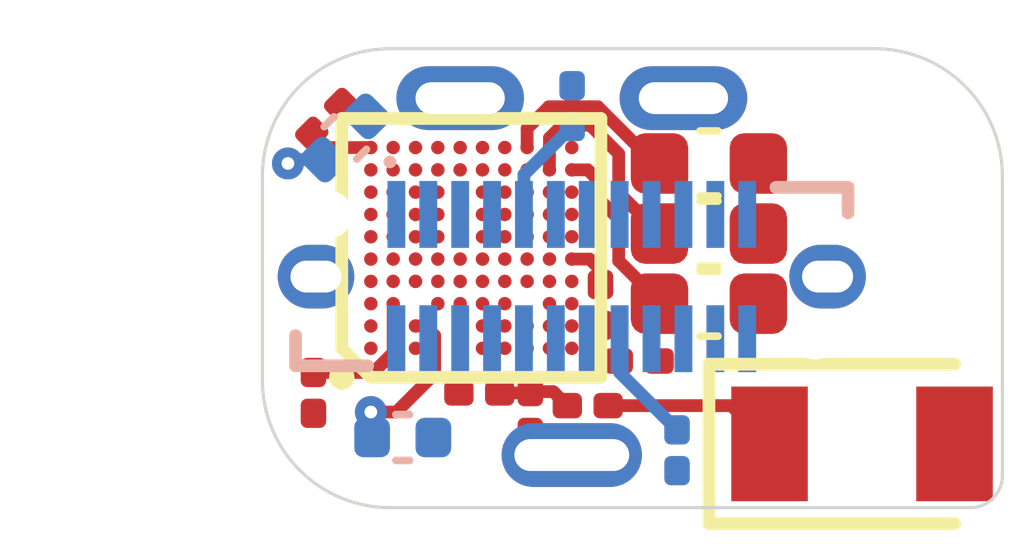
<source format=kicad_pcb>
(kicad_pcb (version 20240108) (generator "pcbnew") (generator_version "8.0")
  (layers (0 "F.Cu" signal) (1 "In1.Cu" power) (2 "In2.Cu" mixed) (3 "In3.Cu" mixed) (4 "In4.Cu" power) (31 "B.Cu" signal) (34 "B.Paste" user) (35 "F.Paste" user) (36 "B.SilkS" user "B.Silkscreen") (37 "F.SilkS" user "F.Silkscreen") (38 "B.Mask" user) (39 "F.Mask" user) (44 "Edge.Cuts" user))
  (net 0 "")
  (net 1 "Net-(ANT1-A)")
  (net 4 "GND")
  (net 5 "Net-(C3-Pad1)")
  (net 6 "/DEC1")
  (net 11 "/VDD_NRF")
  (net 12 "/DEC4")
  (net 13 "/VBUS")
  (net 14 "Net-(U1-DECUSB)")
  (net 15 "/D-")
  (net 20 "/CC1")
  (net 22 "/D+")
  (net 24 "/CC2")
  (net 29 "Net-(U1-ANT)")
  (net 32 "/SWDCLK")
  (net 34 "/SWDIO")
  (footprint "Capacitor_SMD:C_0201_0603Metric" (layer "F.Cu") (at 176.6 99.1 -90)
    (property "Reference" "C3" (hide yes))
    (property "Value" "1p")
    (pad "1" smd roundrect (at -0.32 0 270) (size 0.46 0.4) (layers "F.Cu" "F.Mask") (net 5 "Net-(C3-Pad1)"))
    (pad "2" smd roundrect (at 0.32 0 270) (size 0.46 0.4) (layers "F.Cu" "F.Mask") (net 4 "GND"))
  )
  (footprint "Capacitor_SMD:C_0201_0603Metric" (layer "F.Cu") (at 173.4 94.5 45)
    (property "Reference" "C5" (hide yes))
    (property "Value" "100n")
    (pad "1" smd roundrect (at -0.32 0 45) (size 0.46 0.4) (layers "F.Cu" "F.Mask") (net 6 "/DEC1"))
    (pad "2" smd roundrect (at 0.32 0 45) (size 0.46 0.4) (layers "F.Cu" "F.Mask") (net 4 "GND"))
  )
  (footprint "Capacitor_SMD:C_0201_0603Metric" (layer "F.Cu") (at 173.2 98.8 -90)
    (property "Reference" "C12" (hide yes))
    (property "Value" "100n")
    (pad "1" smd roundrect (at -0.32 0 270) (size 0.46 0.4) (layers "F.Cu" "F.Mask") (net 11 "/VDD_NRF"))
    (pad "2" smd roundrect (at 0.32 0 270) (size 0.46 0.4) (layers "F.Cu" "F.Mask") (net 4 "GND"))
  )
  (footprint "Capacitor_SMD:C_0201_0603Metric" (layer "F.Cu") (at 177.7 97.42 -90)
    (property "Reference" "C7" (hide yes))
    (property "Value" "100n")
    (pad "1" smd roundrect (at -0.32 0 270) (size 0.46 0.4) (layers "F.Cu" "F.Mask") (net 11 "/VDD_NRF"))
    (pad "2" smd roundrect (at 0.32 0 270) (size 0.46 0.4) (layers "F.Cu" "F.Mask") (net 4 "GND"))
  )
  (footprint "Inductor_SMD:L_0201_0603Metric" (layer "F.Cu") (at 175.8 98.8)
    (property "Reference" "L1" (hide yes))
    (property "Value" "3n9")
    (pad "1" smd roundrect (at -0.32 0) (size 0.46 0.4) (layers "F.Cu" "F.Mask") (net 29 "Net-(U1-ANT)"))
    (pad "2" smd roundrect (at 0.32 0) (size 0.46 0.4) (layers "F.Cu" "F.Mask") (net 5 "Net-(C3-Pad1)"))
  )
  (footprint "Capacitor_SMD:C_0201_0603Metric" (layer "F.Cu") (at 178.3 98.3)
    (property "Reference" "C8" (hide yes))
    (property "Value" "100n")
    (pad "1" smd roundrect (at -0.32 0) (size 0.46 0.4) (layers "F.Cu" "F.Mask") (net 11 "/VDD_NRF"))
    (pad "2" smd roundrect (at 0.32 0) (size 0.46 0.4) (layers "F.Cu" "F.Mask") (net 4 "GND"))
  )
  (footprint "Capacitor_SMD:C_0603_1608Metric" (layer "F.Cu") (at 179.4 97.4)
    (property "Reference" "C20" (hide yes))
    (property "Value" "4u7")
    (fp_line (start -0.140581 -0.51) (end 0.140581 -0.51) (stroke (width 0.12)) (layer "F.SilkS"))
    (fp_line (start -0.140581 0.51) (end 0.140581 0.51) (stroke (width 0.12)) (layer "F.SilkS"))
    (pad "1" smd roundrect (at -0.775 0) (size 0.9 0.95) (layers "F.Cu" "F.Paste" "F.Mask") (net 14 "Net-(U1-DECUSB)"))
    (pad "2" smd roundrect (at 0.775 0) (size 0.9 0.95) (layers "F.Cu" "F.Paste" "F.Mask") (net 4 "GND"))
  )
  (footprint "Inductor_SMD:L_0201_0603Metric" (layer "F.Cu") (at 177.5 99)
    (property "Reference" "L2" (hide yes))
    (property "Value" "4n7")
    (pad "1" smd roundrect (at -0.32 0) (size 0.46 0.4) (layers "F.Cu" "F.Mask") (net 5 "Net-(C3-Pad1)"))
    (pad "2" smd roundrect (at 0.32 0) (size 0.46 0.4) (layers "F.Cu" "F.Mask") (net 1 "Net-(ANT1-A)"))
  )
  (footprint "Capacitor_SMD:C_0603_1608Metric" (layer "F.Cu") (at 179.4 95.2)
    (property "Reference" "C6" (hide yes))
    (property "Value" "4u7")
    (fp_line (start -0.140581 -0.51) (end 0.140581 -0.51) (stroke (width 0.12)) (layer "F.SilkS"))
    (fp_line (start -0.140581 0.51) (end 0.140581 0.51) (stroke (width 0.12)) (layer "F.SilkS"))
    (pad "1" smd roundrect (at -0.775 0) (size 0.9 0.95) (layers "F.Cu" "F.Paste" "F.Mask") (net 11 "/VDD_NRF"))
    (pad "2" smd roundrect (at 0.775 0) (size 0.9 0.95) (layers "F.Cu" "F.Paste" "F.Mask") (net 4 "GND"))
  )
  (footprint "Capacitor_SMD:C_0603_1608Metric" (layer "F.Cu") (at 179.4 96.3)
    (property "Reference" "C19" (hide yes))
    (property "Value" "4u7")
    (fp_line (start -0.140581 -0.51) (end 0.140581 -0.51) (stroke (width 0.12)) (layer "F.SilkS"))
    (fp_line (start -0.140581 0.51) (end 0.140581 0.51) (stroke (width 0.12)) (layer "F.SilkS"))
    (pad "1" smd roundrect (at -0.775 0) (size 0.9 0.95) (layers "F.Cu" "F.Paste" "F.Mask") (net 13 "/VBUS"))
    (pad "2" smd roundrect (at 0.775 0) (size 0.9 0.95) (layers "F.Cu" "F.Paste" "F.Mask") (net 4 "GND"))
  )
  (footprint "Component_lib:NRF52840-CKAA-F-R7" (layer "F.Cu") (at 175.675 96.525 90)
    (property "Reference" "U1" (hide yes))
    (property "Value" "NRF52840-CKAA-F-R7" (hide yes))
    (fp_line (start 2.031 -2.031) (end 2.031 2.031) (stroke (width 0.2)) (layer "F.SilkS"))
    (fp_line (start -1.575 -2.031) (end 2.031 -2.031) (stroke (width 0.2)) (layer "F.SilkS"))
    (fp_line (start -2.031 -1.575) (end -1.575 -2.031) (stroke (width 0.2)) (layer "F.SilkS"))
    (fp_line (start 2.031 2.031) (end -2.031 2.031) (stroke (width 0.2)) (layer "F.SilkS"))
    (fp_line (start -2.031 2.031) (end -2.031 -1.575) (stroke (width 0.2)) (layer "F.SilkS"))
    (fp_circle (center -2.031 -2.031) (end -2.031 -1.931) (stroke (width 0.2)) (fill none) (layer "F.SilkS"))
    (pad "A1" smd circle (at -1.575 -1.575 180) (size 0.212 0.212) (layers "F.Cu" "F.Paste" "F.Mask"))
    (pad "A2" smd circle (at -1.225 -1.575 180) (size 0.212 0.212) (layers "F.Cu" "F.Paste" "F.Mask"))
    (pad "A3" smd circle (at -0.875 -1.575 180) (size 0.212 0.212) (layers "F.Cu" "F.Paste" "F.Mask"))
    (pad "A4" smd circle (at -0.525 -1.575 180) (size 0.212 0.212) (layers "F.Cu" "F.Paste" "F.Mask"))
    (pad "A5" smd circle (at -0.175 -1.575 180) (size 0.212 0.212) (layers "F.Cu" "F.Paste" "F.Mask"))
    (pad "A6" smd circle (at 0.175 -1.575 180) (size 0.212 0.212) (layers "F.Cu" "F.Paste" "F.Mask"))
    (pad "A7" smd circle (at 0.525 -1.575 180) (size 0.212 0.212) (layers "F.Cu" "F.Paste" "F.Mask"))
    (pad "A8" smd circle (at 0.875 -1.575 180) (size 0.212 0.212) (layers "F.Cu" "F.Paste" "F.Mask") (net 12 "/DEC4"))
    (pad "A9" smd circle (at 1.225 -1.575 180) (size 0.212 0.212) (layers "F.Cu" "F.Paste" "F.Mask"))
    (pad "A10" smd circle (at 1.575 -1.575 180) (size 0.212 0.212) (layers "F.Cu" "F.Paste" "F.Mask") (net 6 "/DEC1"))
    (pad "B3" smd circle (at -0.875 -1.225 180) (size 0.212 0.212) (layers "F.Cu" "F.Paste" "F.Mask") (net 11 "/VDD_NRF"))
    (pad "B4" smd circle (at -0.525 -1.225 180) (size 0.212 0.212) (layers "F.Cu" "F.Paste" "F.Mask"))
    (pad "B5" smd circle (at -0.175 -1.225 180) (size 0.212 0.212) (layers "F.Cu" "F.Paste" "F.Mask"))
    (pad "B6" smd circle (at 0.175 -1.225 180) (size 0.212 0.212) (layers "F.Cu" "F.Paste" "F.Mask"))
    (pad "B7" smd circle (at 0.525 -1.225 180) (size 0.212 0.212) (layers "F.Cu" "F.Paste" "F.Mask") (net 4 "GND"))
    (pad "B8" smd circle (at 0.875 -1.225 180) (size 0.212 0.212) (layers "F.Cu" "F.Paste" "F.Mask") (net 11 "/VDD_NRF"))
    (pad "B9" smd circle (at 1.225 -1.225 180) (size 0.212 0.212) (layers "F.Cu" "F.Paste" "F.Mask"))
    (pad "B10" smd circle (at 1.575 -1.225 180) (size 0.212 0.212) (layers "F.Cu" "F.Paste" "F.Mask"))
    (pad "C1" smd circle (at -1.575 -0.875 180) (size 0.212 0.212) (layers "F.Cu" "F.Paste" "F.Mask") (net 4 "GND"))
    (pad "C2" smd circle (at -1.225 -0.875 180) (size 0.212 0.212) (layers "F.Cu" "F.Paste" "F.Mask") (net 12 "/DEC4"))
    (pad "C4" smd circle (at -0.525 -0.874999 180) (size 0.212 0.212) (layers "F.Cu" "F.Paste" "F.Mask") (net 4 "GND"))
    (pad "C5" smd circle (at -0.175 -0.875 180) (size 0.212 0.212) (layers "F.Cu" "F.Paste" "F.Mask"))
    (pad "C6" smd circle (at 0.175 -0.875 180) (size 0.212 0.212) (layers "F.Cu" "F.Paste" "F.Mask"))
    (pad "C7" smd circle (at 0.525 -0.874999 180) (size 0.212 0.212) (layers "F.Cu" "F.Paste" "F.Mask"))
    (pad "C8" smd circle (at 0.875 -0.875 180) (size 0.212 0.212) (layers "F.Cu" "F.Paste" "F.Mask"))
    (pad "C9" smd circle (at 1.225 -0.875 180) (size 0.212 0.212) (layers "F.Cu" "F.Paste" "F.Mask"))
    (pad "C10" smd circle (at 1.575 -0.875 180) (size 0.212 0.212) (layers "F.Cu" "F.Paste" "F.Mask"))
    (pad "D3" smd circle (at -0.874999 -0.525 180) (size 0.212 0.212) (layers "F.Cu" "F.Paste" "F.Mask") (net 4 "GND"))
    (pad "D4" smd circle (at -0.525 -0.525 180) (size 0.212 0.212) (layers "F.Cu" "F.Paste" "F.Mask") (net 4 "GND"))
    (pad "D5" smd circle (at -0.175 -0.525 180) (size 0.212 0.212) (layers "F.Cu" "F.Paste" "F.Mask") (net 4 "GND"))
    (pad "D6" smd circle (at 0.175 -0.525 180) (size 0.212 0.212) (layers "F.Cu" "F.Paste" "F.Mask") (net 4 "GND"))
    (pad "D7" smd circle (at 0.525 -0.525 180) (size 0.212 0.212) (layers "F.Cu" "F.Paste" "F.Mask") (net 4 "GND"))
    (pad "D8" smd circle (at 0.874999 -0.525 180) (size 0.212 0.212) (layers "F.Cu" "F.Paste" "F.Mask") (net 4 "GND"))
    (pad "D9" smd circle (at 1.225 -0.525 180) (size 0.212 0.212) (layers "F.Cu" "F.Paste" "F.Mask"))
    (pad "D10" smd circle (at 1.575 -0.525 180) (size 0.212 0.212) (layers "F.Cu" "F.Paste" "F.Mask"))
    (pad "E1" smd circle (at -1.575 -0.175 180) (size 0.212 0.212) (layers "F.Cu" "F.Paste" "F.Mask") (net 29 "Net-(U1-ANT)"))
    (pad "E2" smd circle (at -1.225 -0.175 180) (size 0.212 0.212) (layers "F.Cu" "F.Paste" "F.Mask"))
    (pad "E3" smd circle (at -0.875 -0.175 180) (size 0.212 0.212) (layers "F.Cu" "F.Paste" "F.Mask"))
    (pad "E4" smd circle (at -0.525 -0.175 180) (size 0.212 0.212) (layers "F.Cu" "F.Paste" "F.Mask") (net 4 "GND"))
    (pad "E5" smd circle (at -0.175 -0.175 180) (size 0.212 0.212) (layers "F.Cu" "F.Paste" "F.Mask") (net 4 "GND"))
    (pad "E6" smd circle (at 0.175 -0.175 180) (size 0.212 0.212) (layers "F.Cu" "F.Paste" "F.Mask") (net 4 "GND"))
    (pad "E7" smd circle (at 0.525 -0.175 180) (size 0.212 0.212) (layers "F.Cu" "F.Paste" "F.Mask") (net 4 "GND"))
    (pad "E8" smd circle (at 0.875 -0.175 180) (size 0.212 0.212) (layers "F.Cu" "F.Paste" "F.Mask") (net 4 "GND"))
    (pad "E9" smd circle (at 1.225 -0.175 180) (size 0.212 0.212) (layers "F.Cu" "F.Paste" "F.Mask"))
    (pad "E10" smd circle (at 1.575 -0.175 180) (size 0.212 0.212) (layers "F.Cu" "F.Paste" "F.Mask"))
    (pad "F1" smd circle (at -1.575 0.175 180) (size 0.212 0.212) (layers "F.Cu" "F.Paste" "F.Mask"))
    (pad "F2" smd circle (at -1.225 0.175 180) (size 0.212 0.212) (layers "F.Cu" "F.Paste" "F.Mask"))
    (pad "F3" smd circle (at -0.875 0.175 180) (size 0.212 0.212) (layers "F.Cu" "F.Paste" "F.Mask"))
    (pad "F4" smd circle (at -0.525 0.175 180) (size 0.212 0.212) (layers "F.Cu" "F.Paste" "F.Mask") (net 4 "GND"))
    (pad "F5" smd circle (at -0.175 0.175 180) (size 0.212 0.212) (layers "F.Cu" "F.Paste" "F.Mask") (net 4 "GND"))
    (pad "F6" smd circle (at 0.175 0.175 180) (size 0.212 0.212) (layers "F.Cu" "F.Paste" "F.Mask") (net 4 "GND"))
    (pad "F7" smd circle (at 0.525 0.175 180) (size 0.212 0.212) (layers "F.Cu" "F.Paste" "F.Mask") (net 4 "GND"))
    (pad "F8" smd circle (at 0.875 0.175 180) (size 0.212 0.212) (layers "F.Cu" "F.Paste" "F.Mask") (net 4 "GND"))
    (pad "F9" smd circle (at 1.225 0.175 180) (size 0.212 0.212) (layers "F.Cu" "F.Paste" "F.Mask"))
    (pad "F10" smd circle (at 1.575 0.175 180) (size 0.212 0.212) (layers "F.Cu" "F.Paste" "F.Mask"))
    (pad "G1" smd circle (at -1.575 0.525 180) (size 0.212 0.212) (layers "F.Cu" "F.Paste" "F.Mask"))
    (pad "G2" smd circle (at -1.225 0.525 180) (size 0.212 0.212) (layers "F.Cu" "F.Paste" "F.Mask"))
    (pad "G3" smd circle (at -0.874999 0.525 180) (size 0.212 0.212) (layers "F.Cu" "F.Paste" "F.Mask"))
    (pad "G4" smd circle (at -0.525 0.525 180) (size 0.212 0.212) (layers "F.Cu" "F.Paste" "F.Mask") (net 4 "GND"))
    (pad "G5" smd circle (at -0.175 0.525 180) (size 0.212 0.212) (layers "F.Cu" "F.Paste" "F.Mask") (net 4 "GND"))
    (pad "G6" smd circle (at 0.175 0.525 180) (size 0.212 0.212) (layers "F.Cu" "F.Paste" "F.Mask") (net 4 "GND"))
    (pad "G7" smd circle (at 0.525 0.525 180) (size 0.212 0.212) (layers "F.Cu" "F.Paste" "F.Mask") (net 4 "GND"))
    (pad "G8" smd circle (at 0.874999 0.525 180) (size 0.212 0.212) (layers "F.Cu" "F.Paste" "F.Mask") (net 4 "GND"))
    (pad "G9" smd circle (at 1.225 0.525 180) (size 0.212 0.212) (layers "F.Cu" "F.Paste" "F.Mask"))
    (pad "G10" smd circle (at 1.575 0.525 180) (size 0.212 0.212) (layers "F.Cu" "F.Paste" "F.Mask"))
    (pad "H1" smd circle (at -1.575 0.875 180) (size 0.212 0.212) (layers "F.Cu" "F.Paste" "F.Mask"))
    (pad "H2" smd circle (at -1.225 0.875 180) (size 0.212 0.212) (layers "F.Cu" "F.Paste" "F.Mask") (net 32 "/SWDCLK"))
    (pad "H4" smd circle (at -0.525 0.874999 180) (size 0.212 0.212) (layers "F.Cu" "F.Paste" "F.Mask"))
    (pad "H5" smd circle (at -0.175 0.875 180) (size 0.212 0.212) (layers "F.Cu" "F.Paste" "F.Mask"))
    (pad "H6" smd circle (at 0.175 0.875 180) (size 0.212 0.212) (layers "F.Cu" "F.Paste" "F.Mask"))
    (pad "H7" smd circle (at 0.525 0.874999 180) (size 0.212 0.212) (layers "F.Cu" "F.Paste" "F.Mask"))
    (pad "H8" smd circle (at 0.875 0.875 180) (size 0.212 0.212) (layers "F.Cu" "F.Paste" "F.Mask"))
    (pad "H9" smd circle (at 1.225 0.875 180) (size 0.212 0.212) (layers "F.Cu" "F.Paste" "F.Mask"))
    (pad "H10" smd circle (at 1.575 0.875 180) (size 0.212 0.212) (layers "F.Cu" "F.Paste" "F.Mask") (net 11 "/VDD_NRF"))
    (pad "J1" smd circle (at -1.575 1.225 180) (size 0.212 0.212) (layers "F.Cu" "F.Paste" "F.Mask"))
    (pad "J2" smd circle (at -1.225 1.225 180) (size 0.212 0.212) (layers "F.Cu" "F.Paste" "F.Mask") (net 34 "/SWDIO"))
    (pad "J3" smd circle (at -0.875 1.225 180) (size 0.212 0.212) (layers "F.Cu" "F.Paste" "F.Mask"))
    (pad "J4" smd circle (at -0.525 1.225 180) (size 0.212 0.212) (layers "F.Cu" "F.Paste" "F.Mask"))
    (pad "J5" smd circle (at -0.175 1.225 180) (size 0.212 0.212) (layers "F.Cu" "F.Paste" "F.Mask"))
    (pad "J6" smd circle (at 0.175 1.225 180) (size 0.212 0.212) (layers "F.Cu" "F.Paste" "F.Mask"))
    (pad "J7" smd circle (at 0.525 1.225 180) (size 0.212 0.212) (layers "F.Cu" "F.Paste" "F.Mask"))
    (pad "J8" smd circle (at 0.875 1.225 180) (size 0.212 0.212) (layers "F.Cu" "F.Paste" "F.Mask") (net 15 "/D-"))
    (pad "J9" smd circle (at 1.225 1.225 180) (size 0.212 0.212) (layers "F.Cu" "F.Paste" "F.Mask") (net 13 "/VBUS"))
    (pad "J10" smd circle (at 1.575 1.225 180) (size 0.212 0.212) (layers "F.Cu" "F.Paste" "F.Mask") (net 13 "/VBUS"))
    (pad "K1" smd circle (at -1.575 1.575 180) (size 0.212 0.212) (layers "F.Cu" "F.Paste" "F.Mask") (net 11 "/VDD_NRF"))
    (pad "K2" smd circle (at -1.225 1.575 180) (size 0.212 0.212) (layers "F.Cu" "F.Paste" "F.Mask"))
    (pad "K3" smd circle (at -0.875 1.575 180) (size 0.212 0.212) (layers "F.Cu" "F.Paste" "F.Mask"))
    (pad "K4" smd circle (at -0.525 1.575 180) (size 0.212 0.212) (layers "F.Cu" "F.Paste" "F.Mask"))
    (pad "K5" smd circle (at -0.175 1.575 180) (size 0.212 0.212) (layers "F.Cu" "F.Paste" "F.Mask") (net 11 "/VDD_NRF"))
    (pad "K6" smd circle (at 0.175 1.575 180) (size 0.212 0.212) (layers "F.Cu" "F.Paste" "F.Mask"))
    (pad "K7" smd circle (at 0.525 1.575 180) (size 0.212 0.212) (layers "F.Cu" "F.Paste" "F.Mask"))
    (pad "K8" smd circle (at 0.875 1.575 180) (size 0.212 0.212) (layers "F.Cu" "F.Paste" "F.Mask") (net 22 "/D+"))
    (pad "K9" smd circle (at 1.225 1.575 180) (size 0.212 0.212) (layers "F.Cu" "F.Paste" "F.Mask") (net 14 "Net-(U1-DECUSB)"))
    (pad "K10" smd circle (at 1.575 1.575 180) (size 0.212 0.212) (layers "F.Cu" "F.Paste" "F.Mask") (net 4 "GND"))
  )
  (footprint "Component_lib:ANTC3216X140N" (layer "F.Cu") (at 181.8 99.6)
    (property "Reference" "ANT1" (hide yes))
    (property "Value" "2450AT18A100E" (hide yes))
    (fp_line (start -2.4 -1.25) (end -2.4 1.25) (stroke (width 0.2)) (layer "F.SilkS"))
    (fp_line (start -2.4 1.25) (end 1.45 1.25) (stroke (width 0.2)) (layer "F.SilkS"))
    (fp_line (start 1.45 -1.25) (end -2.4 -1.25) (stroke (width 0.2)) (layer "F.SilkS"))
    (pad "1" smd rect (at -1.45 0) (size 1.2 1.8) (layers "F.Cu" "F.Paste" "F.Mask") (net 1 "Net-(ANT1-A)"))
    (pad "2" smd rect (at 1.45 0) (size 1.2 1.8) (layers "F.Cu" "F.Paste" "F.Mask"))
  )
  (footprint "Component_lib:USB4151GFC" (layer "B.Cu") (at 177.25 96.975 180)
    (property "Reference" "J1" (hide yes))
    (property "Value" "USB4151-GF-C" (hide yes))
    (fp_line (start 4.33 -0.925) (end 4.33 -1.4) (stroke (width 0.2)) (layer "B.SilkS"))
    (fp_line (start 4.33 -1.4) (end 3.2 -1.4) (stroke (width 0.2)) (layer "B.SilkS"))
    (fp_line (start 2.9 1.8) (end 2.9 1.8) (stroke (width 0.1)) (layer "B.SilkS"))
    (fp_line (start 2.8 1.8) (end 2.8 1.8) (stroke (width 0.1)) (layer "B.SilkS"))
    (fp_line (start -4.33 1.4) (end -3.2 1.4) (stroke (width 0.2)) (layer "B.SilkS"))
    (fp_line (start -4.33 1) (end -4.33 1.4) (stroke (width 0.2)) (layer "B.SilkS"))
    (fp_arc (start 2.9 1.8) (mid 2.85 1.85) (end 2.8 1.8) (stroke (width 0.1)) (layer "B.SilkS"))
    (fp_arc (start 2.8 1.8) (mid 2.85 1.75) (end 2.9 1.8) (stroke (width 0.1)) (layer "B.SilkS"))
    (pad "" np_thru_hole circle (at -3.81 -0.925 180) (size 0.75 0.75) (drill 0.75) (layers "*.Cu" "*.Mask"))
    (pad "" np_thru_hole circle (at 3.81 0.975 180) (size 0.75 0.75) (drill 0.75) (layers "*.Cu" "*.Mask"))
    (pad "A1" smd rect (at 2.75 0.975 180) (size 0.28 1.05) (layers "B.Cu" "B.Paste" "B.Mask") (net 4 "GND"))
    (pad "A2" smd rect (at 2.25 0.975 180) (size 0.28 1.05) (layers "B.Cu" "B.Paste" "B.Mask"))
    (pad "A3" smd rect (at 1.75 0.975 180) (size 0.28 1.05) (layers "B.Cu" "B.Paste" "B.Mask"))
    (pad "A4" smd rect (at 1.25 0.975 180) (size 0.28 1.05) (layers "B.Cu" "B.Paste" "B.Mask") (net 13 "/VBUS"))
    (pad "A5" smd rect (at 0.75 0.975 180) (size 0.28 1.05) (layers "B.Cu" "B.Paste" "B.Mask") (net 20 "/CC1"))
    (pad "A6" smd rect (at 0.25 0.975 180) (size 0.28 1.05) (layers "B.Cu" "B.Paste" "B.Mask") (net 22 "/D+"))
    (pad "A7" smd rect (at -0.25 0.975 180) (size 0.28 1.05) (layers "B.Cu" "B.Paste" "B.Mask") (net 15 "/D-"))
    (pad "A8" smd rect (at -0.75 0.975 180) (size 0.28 1.05) (layers "B.Cu" "B.Paste" "B.Mask"))
    (pad "A9" smd rect (at -1.25 0.975 180) (size 0.28 1.05) (layers "B.Cu" "B.Paste" "B.Mask") (net 13 "/VBUS"))
    (pad "A10" smd rect (at -1.75 0.975 180) (size 0.28 1.05) (layers "B.Cu" "B.Paste" "B.Mask"))
    (pad "A11" smd rect (at -2.25 0.975 180) (size 0.28 1.05) (layers "B.Cu" "B.Paste" "B.Mask"))
    (pad "A12" smd rect (at -2.75 0.975 180) (size 0.28 1.05) (layers "B.Cu" "B.Paste" "B.Mask") (net 4 "GND"))
    (pad "B1" smd rect (at -2.75 -0.975 180) (size 0.28 1.05) (layers "B.Cu" "B.Paste" "B.Mask") (net 4 "GND"))
    (pad "B2" smd rect (at -2.25 -0.975 180) (size 0.28 1.05) (layers "B.Cu" "B.Paste" "B.Mask"))
    (pad "B3" smd rect (at -1.75 -0.975 180) (size 0.28 1.05) (layers "B.Cu" "B.Paste" "B.Mask"))
    (pad "B4" smd rect (at -1.25 -0.975 180) (size 0.28 1.05) (layers "B.Cu" "B.Paste" "B.Mask") (net 13 "/VBUS"))
    (pad "B5" smd rect (at -0.75 -0.975 180) (size 0.28 1.05) (layers "B.Cu" "B.Paste" "B.Mask") (net 24 "/CC2"))
    (pad "B6" smd rect (at -0.25 -0.975 180) (size 0.28 1.05) (layers "B.Cu" "B.Paste" "B.Mask") (net 22 "/D+"))
    (pad "B7" smd rect (at 0.25 -0.975 180) (size 0.28 1.05) (layers "B.Cu" "B.Paste" "B.Mask") (net 15 "/D-"))
    (pad "B8" smd rect (at 0.75 -0.975 180) (size 0.28 1.05) (layers "B.Cu" "B.Paste" "B.Mask"))
    (pad "B9" smd rect (at 1.25 -0.975 180) (size 0.28 1.05) (layers "B.Cu" "B.Paste" "B.Mask") (net 13 "/VBUS"))
    (pad "B10" smd rect (at 1.75 -0.975 180) (size 0.28 1.05) (layers "B.Cu" "B.Paste" "B.Mask"))
    (pad "B11" smd rect (at 2.25 -0.975 180) (size 0.28 1.05) (layers "B.Cu" "B.Paste" "B.Mask"))
    (pad "B12" smd rect (at 2.75 -0.975 180) (size 0.28 1.05) (layers "B.Cu" "B.Paste" "B.Mask") (net 4 "GND"))
    (pad "MH1" thru_hole oval (at -4.01 0 180) (size 1.2 1) (drill oval 0.8 0.5) (layers "*.Cu" "*.Mask") (net 4 "GND"))
    (pad "MH2" thru_hole oval (at 0 -2.8 180) (size 2.2 1) (drill oval 1.8 0.5) (layers "*.Cu" "*.Mask") (net 4 "GND"))
    (pad "MH3" thru_hole oval (at 4.01 0 180) (size 1.2 1) (drill oval 0.8 0.5) (layers "*.Cu" "*.Mask") (net 4 "GND"))
    (pad "MH4" thru_hole oval (at 1.75 2.8 180) (size 2 1) (drill oval 1.4 0.5) (layers "*.Cu" "*.Mask") (net 4 "GND"))
    (pad "MH5" thru_hole oval (at -1.75 2.8 180) (size 2 1) (drill oval 1.4 0.5) (layers "*.Cu" "*.Mask") (net 4 "GND"))
  )
  (footprint "Resistor_SMD:R_0201_0603Metric" (layer "B.Cu") (at 177.255 94.3 -90)
    (property "Reference" "R1" (hide yes))
    (property "Value" "5k1")
    (pad "1" smd roundrect (at -0.32 0 270) (size 0.46 0.4) (layers "B.Cu" "B.Mask") (net 4 "GND"))
    (pad "2" smd roundrect (at 0.32 0 270) (size 0.46 0.4) (layers "B.Cu" "B.Mask") (net 20 "/CC1"))
  )
  (footprint "Capacitor_SMD:C_0402_1005Metric" (layer "B.Cu") (at 174.6 99.5)
    (property "Reference" "C15" (hide yes))
    (property "Value" "1u")
    (fp_line (start 0.107836 -0.36) (end -0.107836 -0.36) (stroke (width 0.12)) (layer "B.SilkS"))
    (fp_line (start 0.107836 0.36) (end -0.107836 0.36) (stroke (width 0.12)) (layer "B.SilkS"))
    (pad "1" smd roundrect (at -0.48 0) (size 0.56 0.62) (layers "B.Cu" "B.Paste" "B.Mask") (net 12 "/DEC4"))
    (pad "2" smd roundrect (at 0.48 0) (size 0.56 0.62) (layers "B.Cu" "B.Paste" "B.Mask") (net 4 "GND"))
  )
  (footprint "Resistor_SMD:R_0201_0603Metric" (layer "B.Cu") (at 178.9 99.7 90)
    (property "Reference" "R2" (hide yes))
    (property "Value" "5k1")
    (pad "1" smd roundrect (at -0.32 0 90) (size 0.46 0.4) (layers "B.Cu" "B.Mask") (net 4 "GND"))
    (pad "2" smd roundrect (at 0.32 0 90) (size 0.46 0.4) (layers "B.Cu" "B.Mask") (net 24 "/CC2"))
  )
  (footprint "Capacitor_SMD:C_0402_1005Metric" (layer "B.Cu") (at 173.7 94.8 45)
    (property "Reference" "C14" (hide yes))
    (property "Value" "1u")
    (fp_line (start 0.107836 -0.36) (end -0.107836 -0.36) (stroke (width 0.12)) (layer "B.SilkS"))
    (fp_line (start 0.107836 0.36) (end -0.107836 0.36) (stroke (width 0.12)) (layer "B.SilkS"))
    (pad "1" smd roundrect (at -0.48 0 45) (size 0.56 0.62) (layers "B.Cu" "B.Paste" "B.Mask") (net 11 "/VDD_NRF"))
    (pad "2" smd roundrect (at 0.48 0 45) (size 0.56 0.62) (layers "B.Cu" "B.Paste" "B.Mask") (net 4 "GND"))
  )
  (gr_line (start 184 95.4) (end 184 100.1) (stroke (width 0.05)) (layer "Edge.Cuts"))
  (gr_arc (start 174.4 100.6) (mid 172.985786 100.014214) (end 172.4 98.6) (stroke (width 0.05)) (layer "Edge.Cuts"))
  (gr_line (start 183.5 100.6) (end 174.4 100.6) (stroke (width 0.05)) (layer "Edge.Cuts"))
  (gr_line (start 172.4 98.6) (end 172.4 95.4) (stroke (width 0.05)) (layer "Edge.Cuts"))
  (gr_line (start 174.4 93.4) (end 182 93.4) (stroke (width 0.05)) (layer "Edge.Cuts"))
  (gr_arc (start 184 100.1) (mid 183.853553 100.453553) (end 183.5 100.6) (stroke (width 0.05)) (layer "Edge.Cuts"))
  (gr_arc (start 182 93.4) (mid 183.414214 93.985786) (end 184 95.4) (stroke (width 0.05)) (layer "Edge.Cuts"))
  (gr_arc (start 172.4 95.4) (mid 172.985786 93.985786) (end 174.4 93.4) (stroke (width 0.05)) (layer "Edge.Cuts"))
  (segment (start 179.75 99) (end 177.82 99) (width 0.2) (layer "F.Cu") (net 1))
  (segment (start 180.35 99.6) (end 179.75 99) (width 0.2) (layer "F.Cu") (net 1))
  (segment (start 176.12 98.8) (end 176.58 98.8) (width 0.2) (layer "F.Cu") (net 5))
  (segment (start 176.6 98.78) (end 176.96 98.78) (width 0.2) (layer "F.Cu") (net 5))
  (segment (start 176.96 98.78) (end 177.18 99) (width 0.2) (layer "F.Cu") (net 5))
  (segment (start 176.58 98.8) (end 176.6 98.78) (width 0.2) (layer "F.Cu") (net 5))
  (segment (start 173.173726 94.726274) (end 173.397452 94.95) (width 0.2) (layer "F.Cu") (net 6))
  (segment (start 173.397452 94.95) (end 174.1 94.95) (width 0.2) (layer "F.Cu") (net 6))
  (segment (start 176.55 94.65) (end 176.55 94.95) (width 0.2) (layer "F.Cu") (net 11))
  (segment (start 178.549193 95.2) (end 177.659193 94.31) (width 0.2) (layer "F.Cu") (net 11))
  (segment (start 178.625 95.2) (end 178.549193 95.2) (width 0.2) (layer "F.Cu") (net 11))
  (segment (start 174.45 98.168608) (end 174.45 97.4) (width 0.2) (layer "F.Cu") (net 11))
  (segment (start 173.2 98.48) (end 174.138608 98.48) (width 0.2) (layer "F.Cu") (net 11))
  (segment (start 177.7 96.870001) (end 177.529999 96.7) (width 0.2) (layer "F.Cu") (net 11))
  (segment (start 177.529999 96.7) (end 177.25 96.7) (width 0.2) (layer "F.Cu") (net 11))
  (segment (start 177.659193 94.31) (end 176.89 94.31) (width 0.2) (layer "F.Cu") (net 11))
  (segment (start 174.138608 98.48) (end 174.45 98.168608) (width 0.2) (layer "F.Cu") (net 11))
  (segment (start 176.89 94.31) (end 176.55 94.65) (width 0.2) (layer "F.Cu") (net 11))
  (segment (start 177.7 97.1) (end 177.7 96.870001) (width 0.2) (layer "F.Cu") (net 11))
  (via (at 172.8 95.2) (size 0.5) (drill 0.2) (layers "F.Cu" "B.Cu") (net 11))
  (segment (start 173.360589 95.139411) (end 172.860589 95.139411) (width 0.2) (layer "B.Cu") (net 11))
  (segment (start 172.860589 95.139411) (end 172.8 95.2) (width 0.2) (layer "B.Cu") (net 11))
  (segment (start 175.1 98.5) (end 175.1 97.900094) (width 0.2) (layer "F.Cu") (net 12))
  (segment (start 174.949906 97.75) (end 174.8 97.75) (width 0.2) (layer "F.Cu") (net 12))
  (segment (start 174.5 99.1) (end 175.1 98.5) (width 0.2) (layer "F.Cu") (net 12))
  (segment (start 174.1 99.1) (end 174.5 99.1) (width 0.2) (layer "F.Cu") (net 12))
  (segment (start 175.1 97.900094) (end 174.949906 97.75) (width 0.2) (layer "F.Cu") (net 12))
  (via (at 174.1 99.1) (size 0.5) (drill 0.2) (layers "F.Cu" "B.Cu") (net 12))
  (segment (start 174.12 99.5) (end 174.12 99.12) (width 0.2) (layer "B.Cu") (net 12))
  (segment (start 174.12 99.12) (end 174.1 99.1) (width 0.2) (layer "B.Cu") (net 12))
  (segment (start 177.985 95.045929) (end 177.539071 94.6) (width 0.2) (layer "F.Cu") (net 13))
  (segment (start 177.985 95.66) (end 177.985 95.045929) (width 0.2) (layer "F.Cu") (net 13))
  (segment (start 176.9 94.800094) (end 176.9 95.3) (width 0.2) (layer "F.Cu") (net 13))
  (segment (start 177.539071 94.6) (end 177.100094 94.6) (width 0.2) (layer "F.Cu") (net 13))
  (segment (start 177.100094 94.6) (end 176.9 94.800094) (width 0.2) (layer "F.Cu") (net 13))
  (segment (start 178.625 96.3) (end 177.985 95.66) (width 0.2) (layer "F.Cu") (net 13))
  (segment (start 177.985 96.070122) (end 177.695 95.780122) (width 0.2) (layer "F.Cu") (net 14))
  (segment (start 177.985 96.728134) (end 177.985 96.070122) (width 0.2) (layer "F.Cu") (net 14))
  (segment (start 177.5 95.3) (end 177.25 95.3) (width 0.2) (layer "F.Cu") (net 14))
  (segment (start 177.695 95.495) (end 177.5 95.3) (width 0.2) (layer "F.Cu") (net 14))
  (segment (start 178.625 97.368134) (end 177.985 96.728134) (width 0.2) (layer "F.Cu") (net 14))
  (segment (start 178.625 97.4) (end 178.625 97.368134) (width 0.2) (layer "F.Cu") (net 14))
  (segment (start 177.695 95.780122) (end 177.695 95.495) (width 0.2) (layer "F.Cu") (net 14))
  (segment (start 176.5 95.375) (end 176.5 96) (width 0.2) (layer "B.Cu") (net 20))
  (segment (start 177.255 94.62) (end 176.5 95.375) (width 0.2) (layer "B.Cu") (net 20))
  (segment (start 178 98.48) (end 178 97.95) (width 0.2) (layer "B.Cu") (net 24))
  (segment (start 178.9 99.38) (end 178 98.48) (width 0.2) (layer "B.Cu") (net 24))
  (segment (start 175.48 98.12) (end 175.5 98.1) (width 0.2) (layer "F.Cu") (net 29))
  (segment (start 175.48 98.8) (end 175.48 98.12) (width 0.2) (layer "F.Cu") (net 29))
)
</source>
